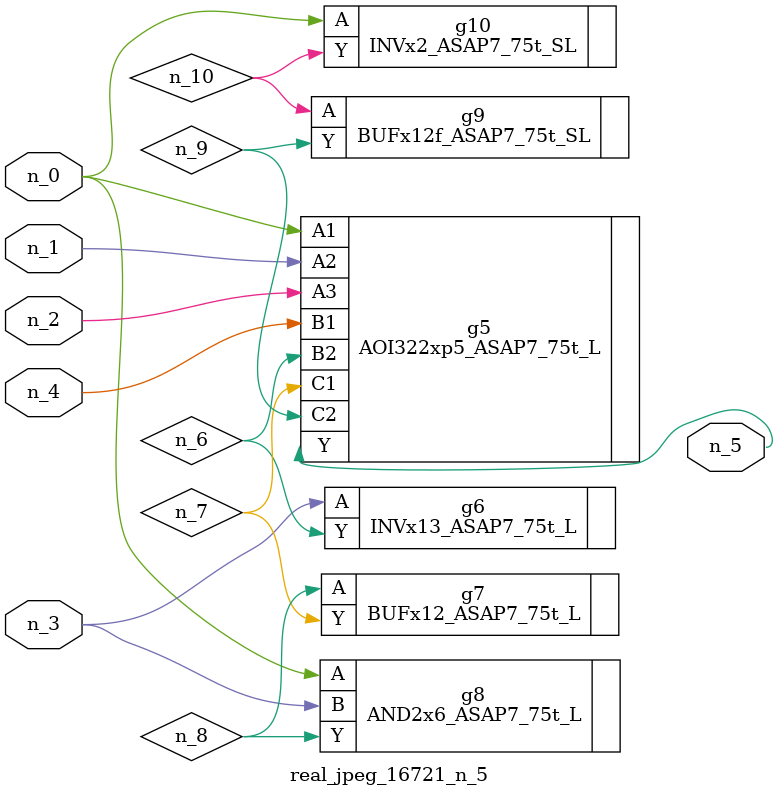
<source format=v>
module real_jpeg_16721_n_5 (n_4, n_0, n_1, n_2, n_3, n_5);

input n_4;
input n_0;
input n_1;
input n_2;
input n_3;

output n_5;

wire n_8;
wire n_6;
wire n_7;
wire n_10;
wire n_9;

AOI322xp5_ASAP7_75t_L g5 ( 
.A1(n_0),
.A2(n_1),
.A3(n_2),
.B1(n_4),
.B2(n_6),
.C1(n_7),
.C2(n_9),
.Y(n_5)
);

AND2x6_ASAP7_75t_L g8 ( 
.A(n_0),
.B(n_3),
.Y(n_8)
);

INVx2_ASAP7_75t_SL g10 ( 
.A(n_0),
.Y(n_10)
);

INVx13_ASAP7_75t_L g6 ( 
.A(n_3),
.Y(n_6)
);

BUFx12_ASAP7_75t_L g7 ( 
.A(n_8),
.Y(n_7)
);

BUFx12f_ASAP7_75t_SL g9 ( 
.A(n_10),
.Y(n_9)
);


endmodule
</source>
